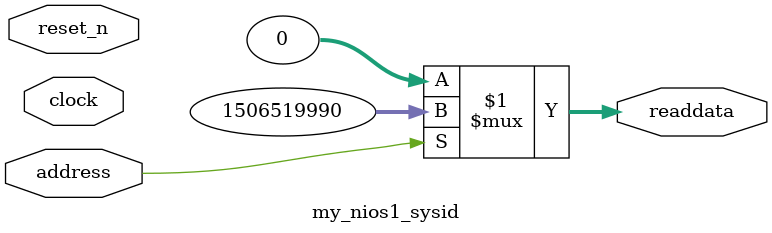
<source format=v>

`timescale 1ns / 1ps
// synthesis translate_on

// turn off superfluous verilog processor warnings 
// altera message_level Level1 
// altera message_off 10034 10035 10036 10037 10230 10240 10030 

module my_nios1_sysid (
               // inputs:
                address,
                clock,
                reset_n,

               // outputs:
                readdata
             )
;

  output  [ 31: 0] readdata;
  input            address;
  input            clock;
  input            reset_n;

  wire    [ 31: 0] readdata;
  //control_slave, which is an e_avalon_slave
  assign readdata = address ? 1506519990 : 0;

endmodule




</source>
